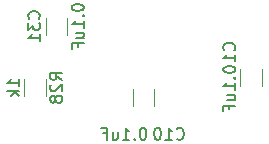
<source format=gbo>
G04 #@! TF.GenerationSoftware,KiCad,Pcbnew,7.0.8*
G04 #@! TF.CreationDate,2023-11-05T16:25:33-05:00*
G04 #@! TF.ProjectId,qsd2,71736432-2e6b-4696-9361-645f70636258,rev?*
G04 #@! TF.SameCoordinates,Original*
G04 #@! TF.FileFunction,Legend,Bot*
G04 #@! TF.FilePolarity,Positive*
%FSLAX46Y46*%
G04 Gerber Fmt 4.6, Leading zero omitted, Abs format (unit mm)*
G04 Created by KiCad (PCBNEW 7.0.8) date 2023-11-05 16:25:33*
%MOMM*%
%LPD*%
G01*
G04 APERTURE LIST*
%ADD10C,0.150000*%
%ADD11C,0.120000*%
G04 APERTURE END LIST*
D10*
X150279580Y-58123333D02*
X150327200Y-58075714D01*
X150327200Y-58075714D02*
X150374819Y-57932857D01*
X150374819Y-57932857D02*
X150374819Y-57837619D01*
X150374819Y-57837619D02*
X150327200Y-57694762D01*
X150327200Y-57694762D02*
X150231961Y-57599524D01*
X150231961Y-57599524D02*
X150136723Y-57551905D01*
X150136723Y-57551905D02*
X149946247Y-57504286D01*
X149946247Y-57504286D02*
X149803390Y-57504286D01*
X149803390Y-57504286D02*
X149612914Y-57551905D01*
X149612914Y-57551905D02*
X149517676Y-57599524D01*
X149517676Y-57599524D02*
X149422438Y-57694762D01*
X149422438Y-57694762D02*
X149374819Y-57837619D01*
X149374819Y-57837619D02*
X149374819Y-57932857D01*
X149374819Y-57932857D02*
X149422438Y-58075714D01*
X149422438Y-58075714D02*
X149470057Y-58123333D01*
X150374819Y-59075714D02*
X150374819Y-58504286D01*
X150374819Y-58790000D02*
X149374819Y-58790000D01*
X149374819Y-58790000D02*
X149517676Y-58694762D01*
X149517676Y-58694762D02*
X149612914Y-58599524D01*
X149612914Y-58599524D02*
X149660533Y-58504286D01*
X149384819Y-59717143D02*
X149384819Y-59812381D01*
X149384819Y-59812381D02*
X149432438Y-59907619D01*
X149432438Y-59907619D02*
X149480057Y-59955238D01*
X149480057Y-59955238D02*
X149575295Y-60002857D01*
X149575295Y-60002857D02*
X149765771Y-60050476D01*
X149765771Y-60050476D02*
X150003866Y-60050476D01*
X150003866Y-60050476D02*
X150194342Y-60002857D01*
X150194342Y-60002857D02*
X150289580Y-59955238D01*
X150289580Y-59955238D02*
X150337200Y-59907619D01*
X150337200Y-59907619D02*
X150384819Y-59812381D01*
X150384819Y-59812381D02*
X150384819Y-59717143D01*
X150384819Y-59717143D02*
X150337200Y-59621905D01*
X150337200Y-59621905D02*
X150289580Y-59574286D01*
X150289580Y-59574286D02*
X150194342Y-59526667D01*
X150194342Y-59526667D02*
X150003866Y-59479048D01*
X150003866Y-59479048D02*
X149765771Y-59479048D01*
X149765771Y-59479048D02*
X149575295Y-59526667D01*
X149575295Y-59526667D02*
X149480057Y-59574286D01*
X149480057Y-59574286D02*
X149432438Y-59621905D01*
X149432438Y-59621905D02*
X149384819Y-59717143D01*
X150289580Y-60479048D02*
X150337200Y-60526667D01*
X150337200Y-60526667D02*
X150384819Y-60479048D01*
X150384819Y-60479048D02*
X150337200Y-60431429D01*
X150337200Y-60431429D02*
X150289580Y-60479048D01*
X150289580Y-60479048D02*
X150384819Y-60479048D01*
X150384819Y-61479047D02*
X150384819Y-60907619D01*
X150384819Y-61193333D02*
X149384819Y-61193333D01*
X149384819Y-61193333D02*
X149527676Y-61098095D01*
X149527676Y-61098095D02*
X149622914Y-61002857D01*
X149622914Y-61002857D02*
X149670533Y-60907619D01*
X149718152Y-62336190D02*
X150384819Y-62336190D01*
X149718152Y-61907619D02*
X150241961Y-61907619D01*
X150241961Y-61907619D02*
X150337200Y-61955238D01*
X150337200Y-61955238D02*
X150384819Y-62050476D01*
X150384819Y-62050476D02*
X150384819Y-62193333D01*
X150384819Y-62193333D02*
X150337200Y-62288571D01*
X150337200Y-62288571D02*
X150289580Y-62336190D01*
X149861009Y-63145714D02*
X149861009Y-62812381D01*
X150384819Y-62812381D02*
X149384819Y-62812381D01*
X149384819Y-62812381D02*
X149384819Y-63288571D01*
X145417857Y-65609580D02*
X145465476Y-65657200D01*
X145465476Y-65657200D02*
X145608333Y-65704819D01*
X145608333Y-65704819D02*
X145703571Y-65704819D01*
X145703571Y-65704819D02*
X145846428Y-65657200D01*
X145846428Y-65657200D02*
X145941666Y-65561961D01*
X145941666Y-65561961D02*
X145989285Y-65466723D01*
X145989285Y-65466723D02*
X146036904Y-65276247D01*
X146036904Y-65276247D02*
X146036904Y-65133390D01*
X146036904Y-65133390D02*
X145989285Y-64942914D01*
X145989285Y-64942914D02*
X145941666Y-64847676D01*
X145941666Y-64847676D02*
X145846428Y-64752438D01*
X145846428Y-64752438D02*
X145703571Y-64704819D01*
X145703571Y-64704819D02*
X145608333Y-64704819D01*
X145608333Y-64704819D02*
X145465476Y-64752438D01*
X145465476Y-64752438D02*
X145417857Y-64800057D01*
X144465476Y-65704819D02*
X145036904Y-65704819D01*
X144751190Y-65704819D02*
X144751190Y-64704819D01*
X144751190Y-64704819D02*
X144846428Y-64847676D01*
X144846428Y-64847676D02*
X144941666Y-64942914D01*
X144941666Y-64942914D02*
X145036904Y-64990533D01*
X143846428Y-64704819D02*
X143751190Y-64704819D01*
X143751190Y-64704819D02*
X143655952Y-64752438D01*
X143655952Y-64752438D02*
X143608333Y-64800057D01*
X143608333Y-64800057D02*
X143560714Y-64895295D01*
X143560714Y-64895295D02*
X143513095Y-65085771D01*
X143513095Y-65085771D02*
X143513095Y-65323866D01*
X143513095Y-65323866D02*
X143560714Y-65514342D01*
X143560714Y-65514342D02*
X143608333Y-65609580D01*
X143608333Y-65609580D02*
X143655952Y-65657200D01*
X143655952Y-65657200D02*
X143751190Y-65704819D01*
X143751190Y-65704819D02*
X143846428Y-65704819D01*
X143846428Y-65704819D02*
X143941666Y-65657200D01*
X143941666Y-65657200D02*
X143989285Y-65609580D01*
X143989285Y-65609580D02*
X144036904Y-65514342D01*
X144036904Y-65514342D02*
X144084523Y-65323866D01*
X144084523Y-65323866D02*
X144084523Y-65085771D01*
X144084523Y-65085771D02*
X144036904Y-64895295D01*
X144036904Y-64895295D02*
X143989285Y-64800057D01*
X143989285Y-64800057D02*
X143941666Y-64752438D01*
X143941666Y-64752438D02*
X143846428Y-64704819D01*
X142617856Y-64704819D02*
X142522618Y-64704819D01*
X142522618Y-64704819D02*
X142427380Y-64752438D01*
X142427380Y-64752438D02*
X142379761Y-64800057D01*
X142379761Y-64800057D02*
X142332142Y-64895295D01*
X142332142Y-64895295D02*
X142284523Y-65085771D01*
X142284523Y-65085771D02*
X142284523Y-65323866D01*
X142284523Y-65323866D02*
X142332142Y-65514342D01*
X142332142Y-65514342D02*
X142379761Y-65609580D01*
X142379761Y-65609580D02*
X142427380Y-65657200D01*
X142427380Y-65657200D02*
X142522618Y-65704819D01*
X142522618Y-65704819D02*
X142617856Y-65704819D01*
X142617856Y-65704819D02*
X142713094Y-65657200D01*
X142713094Y-65657200D02*
X142760713Y-65609580D01*
X142760713Y-65609580D02*
X142808332Y-65514342D01*
X142808332Y-65514342D02*
X142855951Y-65323866D01*
X142855951Y-65323866D02*
X142855951Y-65085771D01*
X142855951Y-65085771D02*
X142808332Y-64895295D01*
X142808332Y-64895295D02*
X142760713Y-64800057D01*
X142760713Y-64800057D02*
X142713094Y-64752438D01*
X142713094Y-64752438D02*
X142617856Y-64704819D01*
X141855951Y-65609580D02*
X141808332Y-65657200D01*
X141808332Y-65657200D02*
X141855951Y-65704819D01*
X141855951Y-65704819D02*
X141903570Y-65657200D01*
X141903570Y-65657200D02*
X141855951Y-65609580D01*
X141855951Y-65609580D02*
X141855951Y-65704819D01*
X140855952Y-65704819D02*
X141427380Y-65704819D01*
X141141666Y-65704819D02*
X141141666Y-64704819D01*
X141141666Y-64704819D02*
X141236904Y-64847676D01*
X141236904Y-64847676D02*
X141332142Y-64942914D01*
X141332142Y-64942914D02*
X141427380Y-64990533D01*
X139998809Y-65038152D02*
X139998809Y-65704819D01*
X140427380Y-65038152D02*
X140427380Y-65561961D01*
X140427380Y-65561961D02*
X140379761Y-65657200D01*
X140379761Y-65657200D02*
X140284523Y-65704819D01*
X140284523Y-65704819D02*
X140141666Y-65704819D01*
X140141666Y-65704819D02*
X140046428Y-65657200D01*
X140046428Y-65657200D02*
X139998809Y-65609580D01*
X139189285Y-65181009D02*
X139522618Y-65181009D01*
X139522618Y-65704819D02*
X139522618Y-64704819D01*
X139522618Y-64704819D02*
X139046428Y-64704819D01*
X133759580Y-55457142D02*
X133807200Y-55409523D01*
X133807200Y-55409523D02*
X133854819Y-55266666D01*
X133854819Y-55266666D02*
X133854819Y-55171428D01*
X133854819Y-55171428D02*
X133807200Y-55028571D01*
X133807200Y-55028571D02*
X133711961Y-54933333D01*
X133711961Y-54933333D02*
X133616723Y-54885714D01*
X133616723Y-54885714D02*
X133426247Y-54838095D01*
X133426247Y-54838095D02*
X133283390Y-54838095D01*
X133283390Y-54838095D02*
X133092914Y-54885714D01*
X133092914Y-54885714D02*
X132997676Y-54933333D01*
X132997676Y-54933333D02*
X132902438Y-55028571D01*
X132902438Y-55028571D02*
X132854819Y-55171428D01*
X132854819Y-55171428D02*
X132854819Y-55266666D01*
X132854819Y-55266666D02*
X132902438Y-55409523D01*
X132902438Y-55409523D02*
X132950057Y-55457142D01*
X132854819Y-55790476D02*
X132854819Y-56409523D01*
X132854819Y-56409523D02*
X133235771Y-56076190D01*
X133235771Y-56076190D02*
X133235771Y-56219047D01*
X133235771Y-56219047D02*
X133283390Y-56314285D01*
X133283390Y-56314285D02*
X133331009Y-56361904D01*
X133331009Y-56361904D02*
X133426247Y-56409523D01*
X133426247Y-56409523D02*
X133664342Y-56409523D01*
X133664342Y-56409523D02*
X133759580Y-56361904D01*
X133759580Y-56361904D02*
X133807200Y-56314285D01*
X133807200Y-56314285D02*
X133854819Y-56219047D01*
X133854819Y-56219047D02*
X133854819Y-55933333D01*
X133854819Y-55933333D02*
X133807200Y-55838095D01*
X133807200Y-55838095D02*
X133759580Y-55790476D01*
X133854819Y-57361904D02*
X133854819Y-56790476D01*
X133854819Y-57076190D02*
X132854819Y-57076190D01*
X132854819Y-57076190D02*
X132997676Y-56980952D01*
X132997676Y-56980952D02*
X133092914Y-56885714D01*
X133092914Y-56885714D02*
X133140533Y-56790476D01*
X136554819Y-54457143D02*
X136554819Y-54552381D01*
X136554819Y-54552381D02*
X136602438Y-54647619D01*
X136602438Y-54647619D02*
X136650057Y-54695238D01*
X136650057Y-54695238D02*
X136745295Y-54742857D01*
X136745295Y-54742857D02*
X136935771Y-54790476D01*
X136935771Y-54790476D02*
X137173866Y-54790476D01*
X137173866Y-54790476D02*
X137364342Y-54742857D01*
X137364342Y-54742857D02*
X137459580Y-54695238D01*
X137459580Y-54695238D02*
X137507200Y-54647619D01*
X137507200Y-54647619D02*
X137554819Y-54552381D01*
X137554819Y-54552381D02*
X137554819Y-54457143D01*
X137554819Y-54457143D02*
X137507200Y-54361905D01*
X137507200Y-54361905D02*
X137459580Y-54314286D01*
X137459580Y-54314286D02*
X137364342Y-54266667D01*
X137364342Y-54266667D02*
X137173866Y-54219048D01*
X137173866Y-54219048D02*
X136935771Y-54219048D01*
X136935771Y-54219048D02*
X136745295Y-54266667D01*
X136745295Y-54266667D02*
X136650057Y-54314286D01*
X136650057Y-54314286D02*
X136602438Y-54361905D01*
X136602438Y-54361905D02*
X136554819Y-54457143D01*
X137459580Y-55219048D02*
X137507200Y-55266667D01*
X137507200Y-55266667D02*
X137554819Y-55219048D01*
X137554819Y-55219048D02*
X137507200Y-55171429D01*
X137507200Y-55171429D02*
X137459580Y-55219048D01*
X137459580Y-55219048D02*
X137554819Y-55219048D01*
X137554819Y-56219047D02*
X137554819Y-55647619D01*
X137554819Y-55933333D02*
X136554819Y-55933333D01*
X136554819Y-55933333D02*
X136697676Y-55838095D01*
X136697676Y-55838095D02*
X136792914Y-55742857D01*
X136792914Y-55742857D02*
X136840533Y-55647619D01*
X136888152Y-57076190D02*
X137554819Y-57076190D01*
X136888152Y-56647619D02*
X137411961Y-56647619D01*
X137411961Y-56647619D02*
X137507200Y-56695238D01*
X137507200Y-56695238D02*
X137554819Y-56790476D01*
X137554819Y-56790476D02*
X137554819Y-56933333D01*
X137554819Y-56933333D02*
X137507200Y-57028571D01*
X137507200Y-57028571D02*
X137459580Y-57076190D01*
X137031009Y-57885714D02*
X137031009Y-57552381D01*
X137554819Y-57552381D02*
X136554819Y-57552381D01*
X136554819Y-57552381D02*
X136554819Y-58028571D01*
X135724819Y-60657142D02*
X135248628Y-60323809D01*
X135724819Y-60085714D02*
X134724819Y-60085714D01*
X134724819Y-60085714D02*
X134724819Y-60466666D01*
X134724819Y-60466666D02*
X134772438Y-60561904D01*
X134772438Y-60561904D02*
X134820057Y-60609523D01*
X134820057Y-60609523D02*
X134915295Y-60657142D01*
X134915295Y-60657142D02*
X135058152Y-60657142D01*
X135058152Y-60657142D02*
X135153390Y-60609523D01*
X135153390Y-60609523D02*
X135201009Y-60561904D01*
X135201009Y-60561904D02*
X135248628Y-60466666D01*
X135248628Y-60466666D02*
X135248628Y-60085714D01*
X134820057Y-61038095D02*
X134772438Y-61085714D01*
X134772438Y-61085714D02*
X134724819Y-61180952D01*
X134724819Y-61180952D02*
X134724819Y-61419047D01*
X134724819Y-61419047D02*
X134772438Y-61514285D01*
X134772438Y-61514285D02*
X134820057Y-61561904D01*
X134820057Y-61561904D02*
X134915295Y-61609523D01*
X134915295Y-61609523D02*
X135010533Y-61609523D01*
X135010533Y-61609523D02*
X135153390Y-61561904D01*
X135153390Y-61561904D02*
X135724819Y-60990476D01*
X135724819Y-60990476D02*
X135724819Y-61609523D01*
X135153390Y-62180952D02*
X135105771Y-62085714D01*
X135105771Y-62085714D02*
X135058152Y-62038095D01*
X135058152Y-62038095D02*
X134962914Y-61990476D01*
X134962914Y-61990476D02*
X134915295Y-61990476D01*
X134915295Y-61990476D02*
X134820057Y-62038095D01*
X134820057Y-62038095D02*
X134772438Y-62085714D01*
X134772438Y-62085714D02*
X134724819Y-62180952D01*
X134724819Y-62180952D02*
X134724819Y-62371428D01*
X134724819Y-62371428D02*
X134772438Y-62466666D01*
X134772438Y-62466666D02*
X134820057Y-62514285D01*
X134820057Y-62514285D02*
X134915295Y-62561904D01*
X134915295Y-62561904D02*
X134962914Y-62561904D01*
X134962914Y-62561904D02*
X135058152Y-62514285D01*
X135058152Y-62514285D02*
X135105771Y-62466666D01*
X135105771Y-62466666D02*
X135153390Y-62371428D01*
X135153390Y-62371428D02*
X135153390Y-62180952D01*
X135153390Y-62180952D02*
X135201009Y-62085714D01*
X135201009Y-62085714D02*
X135248628Y-62038095D01*
X135248628Y-62038095D02*
X135343866Y-61990476D01*
X135343866Y-61990476D02*
X135534342Y-61990476D01*
X135534342Y-61990476D02*
X135629580Y-62038095D01*
X135629580Y-62038095D02*
X135677200Y-62085714D01*
X135677200Y-62085714D02*
X135724819Y-62180952D01*
X135724819Y-62180952D02*
X135724819Y-62371428D01*
X135724819Y-62371428D02*
X135677200Y-62466666D01*
X135677200Y-62466666D02*
X135629580Y-62514285D01*
X135629580Y-62514285D02*
X135534342Y-62561904D01*
X135534342Y-62561904D02*
X135343866Y-62561904D01*
X135343866Y-62561904D02*
X135248628Y-62514285D01*
X135248628Y-62514285D02*
X135201009Y-62466666D01*
X135201009Y-62466666D02*
X135153390Y-62371428D01*
X132084819Y-61180952D02*
X132084819Y-60609524D01*
X132084819Y-60895238D02*
X131084819Y-60895238D01*
X131084819Y-60895238D02*
X131227676Y-60800000D01*
X131227676Y-60800000D02*
X131322914Y-60704762D01*
X131322914Y-60704762D02*
X131370533Y-60609524D01*
X132084819Y-61609524D02*
X131084819Y-61609524D01*
X131703866Y-61704762D02*
X132084819Y-61990476D01*
X131418152Y-61990476D02*
X131799104Y-61609524D01*
D11*
X152640000Y-59728748D02*
X152640000Y-61151252D01*
X150820000Y-59728748D02*
X150820000Y-61151252D01*
X141715000Y-62861252D02*
X141715000Y-61438748D01*
X143535000Y-62861252D02*
X143535000Y-61438748D01*
X136160000Y-55388748D02*
X136160000Y-56811252D01*
X134340000Y-55388748D02*
X134340000Y-56811252D01*
X132540000Y-62027064D02*
X132540000Y-60572936D01*
X134360000Y-62027064D02*
X134360000Y-60572936D01*
M02*

</source>
